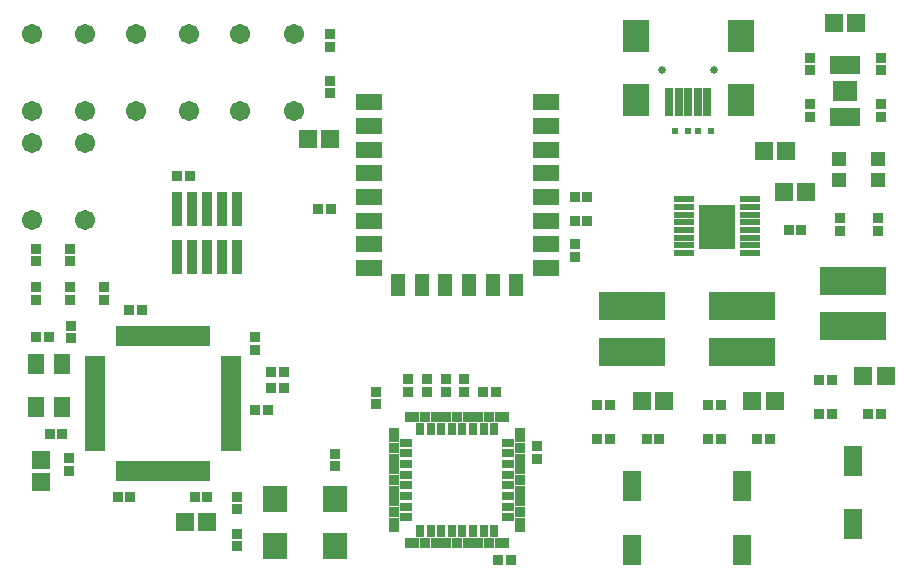
<source format=gts>
G04 Layer_Color=8388736*
%FSLAX25Y25*%
%MOIN*%
G70*
G01*
G75*
%ADD14R,0.06400X0.10300*%
%ADD54R,0.08202X0.06981*%
%ADD55R,0.01981X0.06312*%
%ADD56R,0.03800X0.03800*%
%ADD57R,0.06300X0.06000*%
%ADD58R,0.03800X0.03800*%
%ADD59R,0.02493X0.02060*%
%ADD60R,0.05721X0.07099*%
%ADD61R,0.06000X0.06300*%
%ADD62R,0.01981X0.06607*%
%ADD63R,0.06607X0.01981*%
%ADD64R,0.03713X0.11784*%
%ADD65R,0.02769X0.04107*%
%ADD66R,0.04107X0.02769*%
%ADD67R,0.05131X0.03359*%
%ADD68R,0.03359X0.03359*%
%ADD69R,0.03359X0.05131*%
%ADD70R,0.04800X0.04800*%
%ADD71R,0.02769X0.09658*%
%ADD72R,0.08674X0.10642*%
%ADD73R,0.22453X0.09265*%
%ADD74R,0.08674X0.05524*%
%ADD75R,0.05131X0.07493*%
%ADD76R,0.07887X0.08674*%
%ADD77R,0.06600X0.02200*%
%ADD78R,0.12400X0.14900*%
%ADD79C,0.02670*%
%ADD80C,0.06706*%
D14*
X395669Y121121D02*
D03*
Y142421D02*
D03*
X321850Y112755D02*
D03*
Y134055D02*
D03*
X358661Y112755D02*
D03*
Y134055D02*
D03*
D54*
X392913Y265650D02*
D03*
D55*
X388976Y274311D02*
D03*
X390945D02*
D03*
X392913D02*
D03*
X394882D02*
D03*
X396850D02*
D03*
Y256988D02*
D03*
X394882D02*
D03*
X392913D02*
D03*
X390945D02*
D03*
X388976D02*
D03*
D56*
X123228Y213025D02*
D03*
Y208825D02*
D03*
X221358Y264829D02*
D03*
Y269029D02*
D03*
X221358Y280380D02*
D03*
Y284580D02*
D03*
X134547Y208825D02*
D03*
Y213025D02*
D03*
X196161Y179396D02*
D03*
Y183596D02*
D03*
X391142Y219094D02*
D03*
Y223294D02*
D03*
X404035Y219094D02*
D03*
Y223294D02*
D03*
X134744Y187435D02*
D03*
Y183235D02*
D03*
X134252Y138943D02*
D03*
Y143143D02*
D03*
X302756Y214502D02*
D03*
Y210302D02*
D03*
X123228Y200132D02*
D03*
Y195931D02*
D03*
X134547Y200132D02*
D03*
Y195931D02*
D03*
X145866D02*
D03*
Y200132D02*
D03*
X236598Y161122D02*
D03*
Y165322D02*
D03*
X247146Y169456D02*
D03*
Y165256D02*
D03*
X253445D02*
D03*
Y169456D02*
D03*
X259744D02*
D03*
Y165256D02*
D03*
X265945Y169456D02*
D03*
Y165256D02*
D03*
X222736Y140518D02*
D03*
Y144718D02*
D03*
X190354Y113845D02*
D03*
Y118045D02*
D03*
X190354Y130447D02*
D03*
Y126247D02*
D03*
X381102Y261155D02*
D03*
Y256955D02*
D03*
X404724Y261155D02*
D03*
Y256955D02*
D03*
Y276706D02*
D03*
Y272506D02*
D03*
X381102Y276706D02*
D03*
Y272506D02*
D03*
X290256Y147277D02*
D03*
Y143077D02*
D03*
D57*
X221343Y249508D02*
D03*
X213893D02*
D03*
X399031Y170768D02*
D03*
X406481D02*
D03*
X372554Y231791D02*
D03*
X380004D02*
D03*
X180300Y121949D02*
D03*
X172850D02*
D03*
X373213Y245669D02*
D03*
X365763D02*
D03*
X325212Y162205D02*
D03*
X332662D02*
D03*
X362023D02*
D03*
X369473D02*
D03*
X396638Y288386D02*
D03*
X389188D02*
D03*
D58*
X388419Y169291D02*
D03*
X384219D02*
D03*
X127494Y183563D02*
D03*
X123294D02*
D03*
X127821Y151279D02*
D03*
X132021D02*
D03*
X158399Y192520D02*
D03*
X154199D02*
D03*
X176050Y130413D02*
D03*
X180250D02*
D03*
X150459D02*
D03*
X154659D02*
D03*
X306923Y222441D02*
D03*
X302723D02*
D03*
X306923Y230315D02*
D03*
X302723D02*
D03*
X170243Y237402D02*
D03*
X174443D02*
D03*
X221391Y226181D02*
D03*
X217191D02*
D03*
X200427Y159449D02*
D03*
X196227D02*
D03*
X201640Y171850D02*
D03*
X205840D02*
D03*
Y166732D02*
D03*
X201640D02*
D03*
X281431Y109449D02*
D03*
X277231D02*
D03*
X276509Y165289D02*
D03*
X272309D02*
D03*
X378380Y219193D02*
D03*
X374180D02*
D03*
X314502Y160925D02*
D03*
X310302D02*
D03*
X331037Y149606D02*
D03*
X326837D02*
D03*
X310302D02*
D03*
X314502D02*
D03*
X351411Y160925D02*
D03*
X347211D02*
D03*
Y149606D02*
D03*
X351411D02*
D03*
X367848D02*
D03*
X363648D02*
D03*
X384219Y157972D02*
D03*
X388419D02*
D03*
X404856Y158071D02*
D03*
X400656D02*
D03*
D59*
X348130Y252362D02*
D03*
X343799D02*
D03*
X336319D02*
D03*
X340650D02*
D03*
D60*
X131988Y160138D02*
D03*
Y174705D02*
D03*
X123327D02*
D03*
Y160138D02*
D03*
D61*
X125000Y142701D02*
D03*
Y135251D02*
D03*
D62*
X150736Y184106D02*
D03*
X152705D02*
D03*
X154673D02*
D03*
X156642D02*
D03*
X158610D02*
D03*
X160579D02*
D03*
X162547D02*
D03*
X164516D02*
D03*
X166484D02*
D03*
X168453D02*
D03*
X170421D02*
D03*
X172390D02*
D03*
X174358D02*
D03*
X176327D02*
D03*
X178295D02*
D03*
X180264D02*
D03*
Y138925D02*
D03*
X178295D02*
D03*
X176327D02*
D03*
X174358D02*
D03*
X172390D02*
D03*
X170421D02*
D03*
X168453D02*
D03*
X166484D02*
D03*
X164516D02*
D03*
X162547D02*
D03*
X160579D02*
D03*
X158610D02*
D03*
X156642D02*
D03*
X154673D02*
D03*
X152705D02*
D03*
X150736D02*
D03*
D63*
X188091Y176279D02*
D03*
Y174311D02*
D03*
Y172343D02*
D03*
Y170374D02*
D03*
Y168405D02*
D03*
Y166437D02*
D03*
Y164469D02*
D03*
Y162500D02*
D03*
Y160531D02*
D03*
Y158563D02*
D03*
Y156595D02*
D03*
Y154626D02*
D03*
Y152657D02*
D03*
Y150689D02*
D03*
Y148721D02*
D03*
Y146752D02*
D03*
X142909D02*
D03*
Y148721D02*
D03*
Y150689D02*
D03*
Y152657D02*
D03*
Y154626D02*
D03*
Y156595D02*
D03*
Y158563D02*
D03*
Y160531D02*
D03*
Y162500D02*
D03*
Y164469D02*
D03*
Y166437D02*
D03*
Y168405D02*
D03*
Y170374D02*
D03*
Y172343D02*
D03*
Y174311D02*
D03*
Y176279D02*
D03*
D64*
X190217Y226220D02*
D03*
Y210197D02*
D03*
X185216Y226220D02*
D03*
Y210197D02*
D03*
X180217Y226220D02*
D03*
Y210197D02*
D03*
X175216Y226220D02*
D03*
Y210197D02*
D03*
X170217Y226220D02*
D03*
Y210197D02*
D03*
D65*
X251181Y118996D02*
D03*
X254724D02*
D03*
X258268D02*
D03*
X261811D02*
D03*
X265354D02*
D03*
X268898D02*
D03*
X272441D02*
D03*
X275984D02*
D03*
Y152933D02*
D03*
X272441D02*
D03*
X268898D02*
D03*
X265354D02*
D03*
X261811D02*
D03*
X258268D02*
D03*
X254724D02*
D03*
X251181D02*
D03*
D66*
X280551Y123563D02*
D03*
Y127106D02*
D03*
Y130650D02*
D03*
Y134193D02*
D03*
Y137736D02*
D03*
Y141279D02*
D03*
Y144823D02*
D03*
Y148366D02*
D03*
X246614D02*
D03*
Y144823D02*
D03*
Y141279D02*
D03*
Y137736D02*
D03*
Y134193D02*
D03*
Y130650D02*
D03*
Y127106D02*
D03*
Y123563D02*
D03*
D67*
X248524Y115079D02*
D03*
X278642D02*
D03*
Y156850D02*
D03*
X248524D02*
D03*
D68*
X252953Y115079D02*
D03*
X256496D02*
D03*
X260039D02*
D03*
X263583D02*
D03*
X267126D02*
D03*
X270669D02*
D03*
X274213D02*
D03*
X284469Y125335D02*
D03*
Y128878D02*
D03*
Y132421D02*
D03*
Y135965D02*
D03*
Y139508D02*
D03*
Y143051D02*
D03*
Y146595D02*
D03*
X274213Y156850D02*
D03*
X270669D02*
D03*
X267126D02*
D03*
X263583D02*
D03*
X260039D02*
D03*
X256496D02*
D03*
X252953D02*
D03*
X242697Y146595D02*
D03*
Y143051D02*
D03*
Y139508D02*
D03*
Y135965D02*
D03*
Y132421D02*
D03*
Y128878D02*
D03*
Y125335D02*
D03*
D69*
X284469Y120905D02*
D03*
Y151024D02*
D03*
X242697D02*
D03*
Y120905D02*
D03*
D70*
X391043Y242870D02*
D03*
Y235870D02*
D03*
X403937Y242969D02*
D03*
Y235968D02*
D03*
D71*
X346949Y262106D02*
D03*
X343799D02*
D03*
X340650D02*
D03*
X337500D02*
D03*
X334350D02*
D03*
D72*
X358169Y262598D02*
D03*
Y284055D02*
D03*
X323130D02*
D03*
Y262598D02*
D03*
D73*
X395571Y202362D02*
D03*
Y187205D02*
D03*
X321752Y193799D02*
D03*
Y178642D02*
D03*
X358661Y193799D02*
D03*
Y178642D02*
D03*
D74*
X234055Y261811D02*
D03*
Y253937D02*
D03*
Y246063D02*
D03*
Y238189D02*
D03*
Y230315D02*
D03*
Y222441D02*
D03*
Y214567D02*
D03*
Y206693D02*
D03*
X293110D02*
D03*
Y214567D02*
D03*
Y222441D02*
D03*
Y230315D02*
D03*
Y238189D02*
D03*
Y246063D02*
D03*
Y253937D02*
D03*
Y261811D02*
D03*
D75*
X243898Y200787D02*
D03*
X251772D02*
D03*
X259646D02*
D03*
X267520D02*
D03*
X275394D02*
D03*
X283268D02*
D03*
D76*
X202795Y113976D02*
D03*
X222795D02*
D03*
Y129724D02*
D03*
X202795D02*
D03*
D77*
X339097Y229571D02*
D03*
Y226971D02*
D03*
Y224371D02*
D03*
Y221871D02*
D03*
Y219271D02*
D03*
Y216771D02*
D03*
Y214171D02*
D03*
Y211571D02*
D03*
X361297D02*
D03*
Y214171D02*
D03*
Y216771D02*
D03*
Y219271D02*
D03*
Y221871D02*
D03*
Y224371D02*
D03*
Y226971D02*
D03*
Y229571D02*
D03*
D78*
X350097Y220171D02*
D03*
D79*
X349311Y272756D02*
D03*
X331988D02*
D03*
D80*
X121850Y248327D02*
D03*
X139567D02*
D03*
X121850Y222736D02*
D03*
X139567D02*
D03*
X121850Y284547D02*
D03*
X139567D02*
D03*
X121850Y258957D02*
D03*
X139567D02*
D03*
X156595Y284646D02*
D03*
X174311D02*
D03*
X156595Y259055D02*
D03*
X174311D02*
D03*
X191339Y284547D02*
D03*
X209055D02*
D03*
X191339Y258957D02*
D03*
X209055D02*
D03*
M02*

</source>
